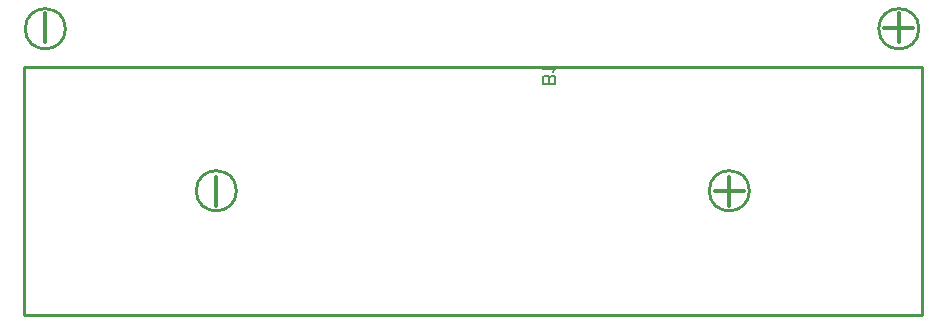
<source format=gbo>
G04 Layer: BottomSilkLayer*
G04 EasyEDA v6.4.19.4, 2021-06-11T02:13:33+02:00*
G04 afcd8683cfac40e295d78014fa455b8c,92d7176e1a3f4c55b0c7f3235df8e186,10*
G04 Gerber Generator version 0.2*
G04 Scale: 100 percent, Rotated: No, Reflected: No *
G04 Dimensions in millimeters *
G04 leading zeros omitted , absolute positions ,4 integer and 5 decimal *
%FSLAX45Y45*%
%MOMM*%

%ADD10C,0.2540*%
%ADD11C,0.3000*%
%ADD54C,0.1524*%

%LPD*%
D11*
X964692Y3937000D02*
G01*
X964692Y4182363D01*
X8313674Y4059681D02*
G01*
X8068056Y4059681D01*
X8190991Y3937000D02*
G01*
X8190991Y4182363D01*
D54*
X5284238Y3581400D02*
G01*
X5175135Y3581400D01*
X5284238Y3581400D02*
G01*
X5284238Y3628158D01*
X5279044Y3643744D01*
X5273847Y3648941D01*
X5263456Y3654135D01*
X5253065Y3654135D01*
X5242674Y3648941D01*
X5237479Y3643744D01*
X5232285Y3628158D01*
X5232285Y3581400D02*
G01*
X5232285Y3628158D01*
X5227088Y3643744D01*
X5221894Y3648941D01*
X5211503Y3654135D01*
X5195915Y3654135D01*
X5185524Y3648941D01*
X5180329Y3643744D01*
X5175135Y3628158D01*
X5175135Y3581400D01*
X5263456Y3688425D02*
G01*
X5268653Y3698816D01*
X5284238Y3714404D01*
X5175135Y3714404D01*
D11*
X6878574Y2675381D02*
G01*
X6632956Y2675381D01*
X6755891Y2552700D02*
G01*
X6755891Y2798063D01*
X2412491Y2552700D02*
G01*
X2412491Y2798063D01*
D10*
X8384971Y1629714D02*
G01*
X8384971Y3729710D01*
X784961Y3729710D01*
X784961Y1629714D01*
X8384971Y1629714D01*
G75*
G01
X6926402Y2679700D02*
G03X6926402Y2679700I-170002J0D01*
G75*
G01
X2583002Y2679700D02*
G03X2583002Y2679700I-170002J0D01*
G75*
G01
X1135202Y4051300D02*
G03X1135202Y4051300I-170002J0D01*
G75*
G01
X8361502Y4051300D02*
G03X8361502Y4051300I-170002J0D01*
M02*

</source>
